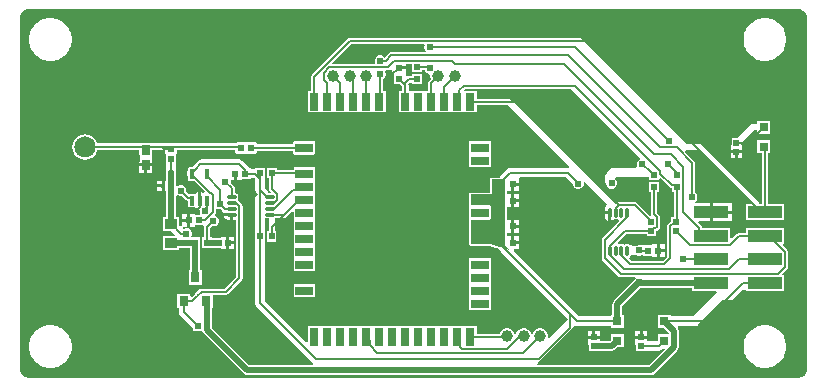
<source format=gtl>
G04*
G04 #@! TF.GenerationSoftware,Altium Limited,Altium Designer,21.6.4 (81)*
G04*
G04 Layer_Physical_Order=1*
G04 Layer_Color=255*
%FSLAX44Y44*%
%MOMM*%
G71*
G04*
G04 #@! TF.SameCoordinates,1866F5A2-3B0E-43F8-A249-63D3AF7C4C1F*
G04*
G04*
G04 #@! TF.FilePolarity,Positive*
G04*
G01*
G75*
%ADD13C,0.5080*%
%ADD14C,0.1778*%
%ADD19R,0.4725X0.5811*%
%ADD20R,0.5811X0.4725*%
%ADD21R,0.5000X0.6000*%
%ADD22R,0.6000X0.5000*%
%ADD23R,5.0000X1.0000*%
%ADD24C,1.0000*%
%ADD25R,0.8000X0.8000*%
G04:AMPARAMS|DCode=26|XSize=0.4mm|YSize=0.85mm|CornerRadius=0.05mm|HoleSize=0mm|Usage=FLASHONLY|Rotation=180.000|XOffset=0mm|YOffset=0mm|HoleType=Round|Shape=RoundedRectangle|*
%AMROUNDEDRECTD26*
21,1,0.4000,0.7500,0,0,180.0*
21,1,0.3000,0.8500,0,0,180.0*
1,1,0.1000,-0.1500,0.3750*
1,1,0.1000,0.1500,0.3750*
1,1,0.1000,0.1500,-0.3750*
1,1,0.1000,-0.1500,-0.3750*
%
%ADD26ROUNDEDRECTD26*%
%ADD27R,0.8000X1.5000*%
%ADD28R,1.5000X0.8000*%
%ADD29R,1.1000X1.1000*%
%ADD30R,0.6200X0.6000*%
%ADD31R,0.6153X0.5725*%
G04:AMPARAMS|DCode=32|XSize=0.3mm|YSize=0.8mm|CornerRadius=0.0495mm|HoleSize=0mm|Usage=FLASHONLY|Rotation=90.000|XOffset=0mm|YOffset=0mm|HoleType=Round|Shape=RoundedRectangle|*
%AMROUNDEDRECTD32*
21,1,0.3000,0.7010,0,0,90.0*
21,1,0.2010,0.8000,0,0,90.0*
1,1,0.0990,0.3505,0.1005*
1,1,0.0990,0.3505,-0.1005*
1,1,0.0990,-0.3505,-0.1005*
1,1,0.0990,-0.3505,0.1005*
%
%ADD32ROUNDEDRECTD32*%
%ADD33R,0.8000X0.9000*%
%ADD34R,0.6500X0.8500*%
%ADD35R,0.5725X0.6153*%
%ADD36R,0.4541X0.3627*%
%ADD37R,1.0000X0.9000*%
%ADD38R,0.6000X0.6200*%
%ADD39R,2.9500X1.0200*%
G04:AMPARAMS|DCode=40|XSize=0.3mm|YSize=0.8mm|CornerRadius=0.0495mm|HoleSize=0mm|Usage=FLASHONLY|Rotation=0.000|XOffset=0mm|YOffset=0mm|HoleType=Round|Shape=RoundedRectangle|*
%AMROUNDEDRECTD40*
21,1,0.3000,0.7010,0,0,0.0*
21,1,0.2010,0.8000,0,0,0.0*
1,1,0.0990,0.1005,-0.3505*
1,1,0.0990,-0.1005,-0.3505*
1,1,0.0990,-0.1005,0.3505*
1,1,0.0990,0.1005,0.3505*
%
%ADD40ROUNDEDRECTD40*%
%ADD54C,0.0127*%
%ADD55C,0.2032*%
%ADD56C,0.6096*%
G36*
X661748Y314900D02*
X663333Y314585D01*
X664827Y313967D01*
X666171Y313069D01*
X667315Y311927D01*
X668213Y310584D01*
X668833Y309091D01*
X669150Y307506D01*
X669150Y306698D01*
X669120Y10150D01*
X669120Y10150D01*
X669120Y10150D01*
X669120Y9402D01*
X668829Y7934D01*
X668256Y6552D01*
X667426Y5308D01*
X666368Y4249D01*
X665125Y3417D01*
X663743Y2844D01*
X662275Y2550D01*
X661528Y2550D01*
X10450Y2590D01*
X10450Y2590D01*
X10450Y2590D01*
X9676D01*
X8157Y2892D01*
X6727Y3484D01*
X5439Y4344D01*
X4344Y5439D01*
X3484Y6727D01*
X2892Y8157D01*
X2590Y9676D01*
Y10450D01*
X2590Y10450D01*
X2590Y10450D01*
X2570Y306760D01*
X2570Y307559D01*
X2881Y309127D01*
X3493Y310604D01*
X4380Y311934D01*
X5510Y313065D01*
X6839Y313954D01*
X8315Y314566D01*
X9883Y314880D01*
X10682Y314880D01*
X660940Y314900D01*
X661748Y314900D01*
D02*
G37*
%LPC*%
G36*
X635037Y307050D02*
X631983D01*
X631733Y307000D01*
X631478D01*
X628484Y306404D01*
X628248Y306307D01*
X627998Y306257D01*
X625177Y305089D01*
X624965Y304947D01*
X624729Y304849D01*
X622191Y303153D01*
X622010Y302973D01*
X621798Y302831D01*
X619639Y300672D01*
X619497Y300460D01*
X619317Y300280D01*
X617621Y297741D01*
X617523Y297505D01*
X617381Y297293D01*
X616213Y294472D01*
X616163Y294222D01*
X616066Y293986D01*
X615470Y290992D01*
Y290737D01*
X615420Y290487D01*
Y287433D01*
X615470Y287183D01*
Y286928D01*
X616066Y283934D01*
X616163Y283698D01*
X616213Y283448D01*
X617381Y280627D01*
X617523Y280415D01*
X617621Y280179D01*
X619317Y277640D01*
X619497Y277460D01*
X619639Y277248D01*
X621798Y275089D01*
X622010Y274947D01*
X622191Y274767D01*
X624729Y273071D01*
X624965Y272973D01*
X625177Y272831D01*
X627998Y271663D01*
X628248Y271613D01*
X628484Y271516D01*
X631478Y270920D01*
X631733D01*
X631983Y270870D01*
X635037D01*
X635287Y270920D01*
X635542D01*
X638536Y271516D01*
X638772Y271613D01*
X639022Y271663D01*
X641843Y272831D01*
X642055Y272973D01*
X642291Y273071D01*
X644829Y274767D01*
X645010Y274947D01*
X645222Y275089D01*
X647381Y277248D01*
X647523Y277460D01*
X647703Y277640D01*
X649399Y280179D01*
X649497Y280415D01*
X649639Y280627D01*
X650807Y283448D01*
X650857Y283698D01*
X650954Y283934D01*
X651550Y286928D01*
Y287183D01*
X651600Y287433D01*
Y290487D01*
X651550Y290737D01*
Y290992D01*
X650954Y293986D01*
X650857Y294222D01*
X650807Y294472D01*
X649639Y297293D01*
X649497Y297505D01*
X649399Y297741D01*
X647703Y300280D01*
X647523Y300460D01*
X647381Y300672D01*
X645222Y302831D01*
X645010Y302973D01*
X644829Y303153D01*
X642291Y304849D01*
X642055Y304947D01*
X641843Y305089D01*
X639022Y306257D01*
X638772Y306307D01*
X638536Y306404D01*
X635542Y307000D01*
X635287D01*
X635037Y307050D01*
D02*
G37*
G36*
X30037D02*
X26983D01*
X26733Y307000D01*
X26478D01*
X23484Y306404D01*
X23248Y306307D01*
X22998Y306257D01*
X20177Y305089D01*
X19965Y304947D01*
X19729Y304849D01*
X17191Y303153D01*
X17010Y302973D01*
X16798Y302831D01*
X14639Y300672D01*
X14497Y300460D01*
X14317Y300280D01*
X12621Y297741D01*
X12523Y297505D01*
X12381Y297293D01*
X11213Y294472D01*
X11163Y294222D01*
X11066Y293986D01*
X10470Y290992D01*
Y290737D01*
X10420Y290487D01*
Y287433D01*
X10470Y287183D01*
Y286928D01*
X11066Y283934D01*
X11163Y283698D01*
X11213Y283448D01*
X12381Y280627D01*
X12523Y280415D01*
X12621Y280179D01*
X14317Y277640D01*
X14497Y277460D01*
X14639Y277248D01*
X16798Y275089D01*
X17010Y274947D01*
X17191Y274767D01*
X19729Y273071D01*
X19965Y272973D01*
X20177Y272831D01*
X22998Y271663D01*
X23248Y271613D01*
X23484Y271516D01*
X26478Y270920D01*
X26733D01*
X26983Y270870D01*
X30037D01*
X30287Y270920D01*
X30542D01*
X33536Y271516D01*
X33772Y271613D01*
X34022Y271663D01*
X36843Y272831D01*
X37055Y272973D01*
X37291Y273071D01*
X39829Y274767D01*
X40010Y274947D01*
X40222Y275089D01*
X42381Y277248D01*
X42523Y277460D01*
X42703Y277640D01*
X44399Y280179D01*
X44497Y280415D01*
X44639Y280627D01*
X45807Y283448D01*
X45857Y283698D01*
X45954Y283934D01*
X46550Y286928D01*
Y287183D01*
X46600Y287433D01*
Y290487D01*
X46550Y290737D01*
Y290992D01*
X45954Y293986D01*
X45857Y294222D01*
X45807Y294472D01*
X44639Y297293D01*
X44497Y297505D01*
X44399Y297741D01*
X42703Y300280D01*
X42523Y300460D01*
X42381Y300672D01*
X40222Y302831D01*
X40010Y302973D01*
X39829Y303153D01*
X37291Y304849D01*
X37055Y304947D01*
X36843Y305089D01*
X34022Y306257D01*
X33772Y306307D01*
X33536Y306404D01*
X30542Y307000D01*
X30287D01*
X30037Y307050D01*
D02*
G37*
G36*
X638238Y220276D02*
X627190D01*
Y217342D01*
X622880D01*
X621889Y217145D01*
X621049Y216583D01*
X610113Y205647D01*
X605460D01*
Y199353D01*
X604444D01*
Y195177D01*
X609346D01*
X614248D01*
Y199353D01*
X613232D01*
Y201442D01*
X623953Y212162D01*
X627190D01*
Y209228D01*
X638238D01*
Y220276D01*
D02*
G37*
G36*
X475996Y290626D02*
X282504D01*
X281513Y290429D01*
X280673Y289867D01*
X250099Y259293D01*
X249537Y258453D01*
X249340Y257462D01*
Y245344D01*
X246406D01*
Y227296D01*
X312454D01*
Y245344D01*
X310438D01*
Y255886D01*
X310438Y255886D01*
X311724Y257172D01*
X312420Y258853D01*
Y260671D01*
X312081Y261490D01*
X312929Y262760D01*
X314558D01*
X315549Y262957D01*
X316389Y263519D01*
X317037Y264166D01*
X318210Y263680D01*
Y259410D01*
X319226D01*
Y251226D01*
X324345D01*
X326081Y249490D01*
Y245344D01*
X323406D01*
Y227296D01*
X389454D01*
Y233730D01*
X415671D01*
X467977Y181424D01*
X467352Y180254D01*
X466518Y180420D01*
X417949D01*
X416363Y180104D01*
X415019Y179206D01*
X409896Y174083D01*
X408998Y172739D01*
X408949Y172493D01*
X408541Y172085D01*
X402302D01*
X401136Y171602D01*
X400652Y170436D01*
Y159385D01*
X384522D01*
X383356Y158902D01*
X382872Y157736D01*
Y148846D01*
X383356Y147679D01*
X383406Y147658D01*
Y137333D01*
X383356Y137312D01*
X382872Y136146D01*
Y115850D01*
X383356Y114684D01*
X384522Y114200D01*
X400775D01*
X406166Y112477D01*
Y112216D01*
X406983D01*
X408764Y111647D01*
X408998Y110471D01*
X409896Y109127D01*
X466668Y52355D01*
X450891Y36578D01*
X449753Y37236D01*
X449754Y37241D01*
Y38959D01*
X449309Y40618D01*
X448451Y42106D01*
X447236Y43320D01*
X445748Y44179D01*
X444089Y44624D01*
X442371D01*
X440712Y44179D01*
X439224Y43320D01*
X438009Y42106D01*
X437151Y40618D01*
X436902Y39692D01*
X435588D01*
X435339Y40618D01*
X434481Y42106D01*
X433266Y43320D01*
X431778Y44179D01*
X430119Y44624D01*
X428401D01*
X426742Y44179D01*
X425254Y43320D01*
X424039Y42106D01*
X423181Y40618D01*
X422932Y39692D01*
X421618D01*
X421369Y40618D01*
X420510Y42106D01*
X419296Y43320D01*
X417808Y44179D01*
X416149Y44624D01*
X414431D01*
X412772Y44179D01*
X411284Y43320D01*
X410070Y42106D01*
X409211Y40618D01*
X409021Y39910D01*
X389454D01*
Y46344D01*
X246406D01*
Y33116D01*
X245233Y32630D01*
X209964Y67899D01*
Y122428D01*
Y136984D01*
X210615Y137519D01*
X213230D01*
Y126952D01*
X211796D01*
Y117904D01*
X219844D01*
Y126952D01*
X218410D01*
Y137675D01*
X218413Y137675D01*
X218887Y137992D01*
X226600D01*
X227591Y138189D01*
X228431Y138751D01*
X233233Y143552D01*
X234406Y143066D01*
Y136796D01*
Y125796D01*
Y114796D01*
Y103796D01*
Y92796D01*
X252454D01*
Y103796D01*
Y114796D01*
Y125796D01*
Y136796D01*
Y147796D01*
Y158796D01*
Y169796D01*
Y180844D01*
X234406D01*
Y178612D01*
X220098D01*
Y180546D01*
X212050D01*
Y171498D01*
X213484D01*
Y162430D01*
X213681Y161439D01*
X214243Y160599D01*
X215023Y159819D01*
X214537Y158646D01*
X214403D01*
X213186Y158750D01*
X212870Y160336D01*
X211972Y161680D01*
X210218Y163434D01*
Y176022D01*
X210098Y176623D01*
Y180546D01*
X202050D01*
Y179631D01*
X198055D01*
Y179873D01*
X196915D01*
X196746Y180725D01*
X195848Y182069D01*
X192574Y185343D01*
X191229Y186241D01*
X191029Y186281D01*
X190986Y186324D01*
X189642Y187222D01*
X188056Y187538D01*
X156754D01*
X156754Y187538D01*
X155168Y187222D01*
X153824Y186324D01*
X148394Y180894D01*
X146940D01*
X146150Y180737D01*
X145481Y180289D01*
X145033Y179620D01*
X144876Y178830D01*
Y178232D01*
X144612Y177836D01*
X144296Y176250D01*
Y175080D01*
X144612Y173494D01*
X144876Y173098D01*
Y171330D01*
X145033Y170540D01*
X145481Y169871D01*
X146150Y169423D01*
X146940Y169266D01*
X149373D01*
X149424Y169256D01*
X150169D01*
X159112Y160314D01*
X159115Y160304D01*
X158706Y158923D01*
X158194Y158814D01*
X157626Y159194D01*
X156440Y159430D01*
X156210D01*
Y152580D01*
X153670D01*
Y159430D01*
X153440D01*
X152254Y159194D01*
X151248Y158522D01*
X150956Y158085D01*
X150730Y158237D01*
X149940Y158394D01*
X146940D01*
X146150Y158237D01*
X145700Y157936D01*
X143764Y159873D01*
X143764Y159873D01*
Y161691D01*
X143068Y163372D01*
X141782Y164658D01*
X140101Y165354D01*
X138283D01*
X136602Y164658D01*
X136224Y164279D01*
X134954Y164806D01*
Y182884D01*
X135196D01*
Y191751D01*
X135508Y192218D01*
X135660Y192979D01*
Y195049D01*
X184960D01*
Y194242D01*
X185112Y193481D01*
X185424Y193014D01*
Y192718D01*
X185720D01*
X186187Y192406D01*
X186948Y192254D01*
X193101D01*
X193862Y192406D01*
X194310Y192705D01*
X194758Y192406D01*
X195519Y192254D01*
X201672D01*
X202433Y192406D01*
X202900Y192718D01*
X203196D01*
Y193014D01*
X203508Y193481D01*
X203642Y194154D01*
X233943D01*
Y193320D01*
X234094Y192560D01*
X234406Y192092D01*
Y191796D01*
X234702D01*
X235170Y191484D01*
X235930Y191333D01*
X250930D01*
X251691Y191484D01*
X252158Y191796D01*
X252454D01*
Y192092D01*
X252766Y192560D01*
X252917Y193320D01*
Y201320D01*
X252766Y202080D01*
X252454Y202548D01*
Y202844D01*
X252158D01*
X251691Y203156D01*
X250930Y203307D01*
X235930D01*
X235170Y203156D01*
X234702Y202844D01*
X234406D01*
Y202548D01*
X234094Y202080D01*
X233943Y201320D01*
Y200054D01*
X203642D01*
X203508Y200727D01*
X203196Y201194D01*
Y201490D01*
X202900D01*
X202433Y201802D01*
X201672Y201954D01*
X195519D01*
X194758Y201802D01*
X194310Y201503D01*
X193862Y201802D01*
X193101Y201954D01*
X186948D01*
X186187Y201802D01*
X185720Y201490D01*
X185424D01*
Y201194D01*
X185260Y200949D01*
X134462D01*
X134433Y200968D01*
X133672Y201120D01*
X127948D01*
X127187Y200968D01*
X127158Y200949D01*
X114000D01*
X113994Y200958D01*
Y201254D01*
X113698D01*
X113230Y201566D01*
X112470Y201717D01*
X105970D01*
X105210Y201566D01*
X104742Y201254D01*
X104446D01*
Y200958D01*
X104440Y200949D01*
X68230D01*
X68213Y201031D01*
X67337Y203147D01*
X67192Y203363D01*
X67077Y203596D01*
X65683Y205413D01*
X65488Y205585D01*
X65316Y205780D01*
X63499Y207175D01*
X63266Y207290D01*
X63050Y207434D01*
X60933Y208311D01*
X60678Y208361D01*
X60432Y208445D01*
X58161Y208744D01*
X57902Y208727D01*
X57642Y208744D01*
X55371Y208445D01*
X55125Y208361D01*
X54870Y208311D01*
X52754Y207434D01*
X52538Y207290D01*
X52305Y207175D01*
X50487Y205780D01*
X50316Y205585D01*
X50121Y205413D01*
X48726Y203596D01*
X48611Y203363D01*
X48467Y203147D01*
X47590Y201031D01*
X47539Y200776D01*
X47456Y200529D01*
X47157Y198258D01*
X47174Y197999D01*
X47157Y197740D01*
X47456Y195469D01*
X47539Y195222D01*
X47590Y194968D01*
X48467Y192851D01*
X48611Y192635D01*
X48726Y192402D01*
X50121Y190585D01*
X50316Y190413D01*
X50487Y190218D01*
X52305Y188823D01*
X52538Y188708D01*
X52754Y188564D01*
X54870Y187687D01*
X55125Y187637D01*
X55371Y187553D01*
X57642Y187254D01*
X57902Y187271D01*
X58161Y187254D01*
X60432Y187553D01*
X60678Y187637D01*
X60933Y187687D01*
X63050Y188564D01*
X63266Y188708D01*
X63499Y188823D01*
X65316Y190218D01*
X65487Y190413D01*
X65683Y190585D01*
X67077Y192402D01*
X67192Y192635D01*
X67337Y192851D01*
X68213Y194968D01*
X68230Y195049D01*
X103983D01*
Y191230D01*
X104020Y191040D01*
X103430Y189770D01*
X103430D01*
Y184250D01*
X109220D01*
X115010D01*
Y189770D01*
X115010Y189770D01*
X114420Y191040D01*
X114457Y191230D01*
Y195049D01*
X125960D01*
Y192979D01*
X126112Y192218D01*
X126424Y191751D01*
Y182884D01*
X126666D01*
Y169454D01*
X125227D01*
Y165100D01*
Y160746D01*
X126666D01*
Y138484D01*
X124286D01*
Y126436D01*
X130974D01*
X133753Y123657D01*
X133267Y122484D01*
X124286D01*
Y110436D01*
X137334D01*
Y112696D01*
X146986D01*
Y93494D01*
X145606D01*
Y81446D01*
X156654D01*
Y93494D01*
X155274D01*
Y116018D01*
X155354Y116420D01*
Y116840D01*
X155234Y117441D01*
Y121364D01*
X148793D01*
X147956Y122634D01*
X148336Y123551D01*
Y125369D01*
X147640Y127050D01*
X146354Y128336D01*
X144673Y129032D01*
X142855D01*
X141820Y128604D01*
X140906D01*
X140436Y129219D01*
X141037Y130488D01*
X144304D01*
Y134620D01*
X139958D01*
Y131646D01*
X139958Y130968D01*
X138720Y130410D01*
X137334Y131796D01*
Y138484D01*
X134954D01*
Y156758D01*
X136224Y157285D01*
X136602Y156906D01*
X138283Y156210D01*
X140101D01*
X140101Y156210D01*
X142984Y153328D01*
X143824Y152766D01*
X144815Y152569D01*
X144876D01*
Y148830D01*
X145033Y148040D01*
X145481Y147371D01*
X146150Y146923D01*
X146940Y146766D01*
X149940D01*
X150730Y146923D01*
X150956Y147075D01*
X151248Y146638D01*
X152254Y145966D01*
X153440Y145730D01*
X154403D01*
X154940Y144927D01*
Y143109D01*
X155587Y141546D01*
X155128Y140276D01*
X151191D01*
Y141292D01*
X146844D01*
Y135890D01*
Y130488D01*
X151191D01*
Y131504D01*
X157528D01*
X158620Y130484D01*
X158620Y130286D01*
Y121364D01*
X157186D01*
Y117441D01*
X157066Y116840D01*
X157186Y116239D01*
Y112316D01*
X165234D01*
Y112696D01*
X171605D01*
X172200Y112815D01*
X173470Y111938D01*
Y111938D01*
X177645D01*
Y116840D01*
Y121742D01*
X173470D01*
Y121742D01*
X172200Y120865D01*
X171605Y120984D01*
X165234D01*
Y121364D01*
X163800D01*
Y129411D01*
X165211Y130822D01*
X165616Y130654D01*
X167435D01*
X169115Y131350D01*
X170401Y132637D01*
X171098Y134317D01*
Y136136D01*
X170401Y137816D01*
X169115Y139102D01*
X168297Y139441D01*
X168027Y140169D01*
X167950Y140960D01*
X168373Y141592D01*
X168570Y142583D01*
Y145494D01*
X169840Y146020D01*
X169876Y145984D01*
X171557Y145288D01*
X172614D01*
X174151Y143751D01*
X174991Y143189D01*
X175531Y141852D01*
X182120D01*
Y140582D01*
X183390D01*
Y136483D01*
X185625D01*
X186070Y136117D01*
Y88234D01*
X175933Y78096D01*
X156574D01*
X155583Y77899D01*
X154743Y77338D01*
X150795Y73390D01*
X150513Y72967D01*
X148424Y70878D01*
X147154Y71405D01*
Y73494D01*
X136106D01*
Y61446D01*
X137496D01*
Y58363D01*
X137811Y56777D01*
X138709Y55433D01*
X149395Y44747D01*
Y42291D01*
X152344D01*
X153637Y42034D01*
X153825D01*
X155118Y42291D01*
X157199D01*
X157307Y41749D01*
X158205Y40405D01*
X192396Y6214D01*
X193740Y5316D01*
X195326Y5000D01*
X537363D01*
X538949Y5316D01*
X540293Y6214D01*
X559380Y25301D01*
X560278Y26645D01*
X560594Y28231D01*
Y42350D01*
X560278Y43936D01*
X559567Y45000D01*
X560010Y46270D01*
X574162D01*
X575748Y46586D01*
X577092Y47484D01*
X597600Y67992D01*
X604266D01*
X605852Y68308D01*
X607196Y69206D01*
X614530Y76540D01*
X617176D01*
Y76176D01*
X649724D01*
Y89424D01*
X648838D01*
X648352Y90597D01*
X652571Y94817D01*
X653133Y95657D01*
X653330Y96648D01*
Y108952D01*
X653133Y109943D01*
X652571Y110783D01*
X651083Y112271D01*
X651083Y112271D01*
X648352Y115003D01*
X648838Y116176D01*
X649724D01*
Y129424D01*
X617176D01*
Y125390D01*
X611392D01*
X610401Y125193D01*
X609561Y124631D01*
X605397Y120468D01*
X604224Y120954D01*
Y129424D01*
X580140D01*
Y129758D01*
X579943Y130749D01*
X579381Y131589D01*
X576984Y133987D01*
X577470Y135160D01*
X586680D01*
Y142800D01*
Y150440D01*
X574871D01*
X574581Y151062D01*
X574482Y151710D01*
X575630Y152858D01*
X576326Y154539D01*
Y156357D01*
X575630Y158038D01*
X574344Y159324D01*
X574344Y159324D01*
Y184658D01*
X574147Y185649D01*
X573585Y186489D01*
X566023Y194051D01*
X566044Y194230D01*
X566175Y194682D01*
X566551Y195276D01*
X577311D01*
X621990Y150597D01*
X621504Y149424D01*
X617176D01*
Y136176D01*
X649724D01*
Y149424D01*
X636040D01*
Y192728D01*
X638238D01*
Y203776D01*
X627190D01*
Y192728D01*
X630860D01*
Y149424D01*
X629082D01*
Y149758D01*
X628885Y150749D01*
X628324Y151589D01*
X580215Y199697D01*
X579375Y200259D01*
X578384Y200456D01*
X567239D01*
X477827Y289867D01*
X476987Y290429D01*
X475996Y290626D01*
D02*
G37*
G36*
X614248Y192637D02*
X610616D01*
Y188462D01*
X614248D01*
Y192637D01*
D02*
G37*
G36*
X608076D02*
X604444D01*
Y188462D01*
X608076D01*
Y192637D01*
D02*
G37*
G36*
X401454Y202844D02*
X383406D01*
Y191796D01*
Y180796D01*
X401454D01*
Y191796D01*
Y202844D01*
D02*
G37*
G36*
X115010Y181710D02*
X110490D01*
Y176190D01*
X115010D01*
Y181710D01*
D02*
G37*
G36*
X107950D02*
X103430D01*
Y176190D01*
X107950D01*
Y181710D01*
D02*
G37*
G36*
X122687Y169454D02*
X119146D01*
Y166370D01*
X122687D01*
Y169454D01*
D02*
G37*
G36*
X85440Y162185D02*
X59170D01*
Y161298D01*
X85440D01*
Y162185D01*
D02*
G37*
G36*
X56630D02*
X30360D01*
Y161298D01*
X56630D01*
Y162185D01*
D02*
G37*
G36*
X122687Y163830D02*
X119146D01*
Y160746D01*
X122687D01*
Y163830D01*
D02*
G37*
G36*
X605240Y150440D02*
X589220D01*
Y144070D01*
X605240D01*
Y150440D01*
D02*
G37*
G36*
X144304Y141292D02*
X139958D01*
Y137160D01*
X144304D01*
Y141292D01*
D02*
G37*
G36*
X180850Y139312D02*
X175573D01*
X175756Y138393D01*
X176427Y137389D01*
X177431Y136718D01*
X178615Y136483D01*
X180850D01*
Y139312D01*
D02*
G37*
G36*
X605240Y141530D02*
X589220D01*
Y135160D01*
X605240D01*
Y141530D01*
D02*
G37*
G36*
X184361Y121742D02*
X180185D01*
Y118110D01*
X184361D01*
Y121742D01*
D02*
G37*
G36*
Y115570D02*
X180185D01*
Y111938D01*
X184361D01*
Y115570D01*
D02*
G37*
G36*
X252454Y81844D02*
X234406D01*
Y70796D01*
X252454D01*
Y81844D01*
D02*
G37*
G36*
X401454Y103844D02*
X383406D01*
Y92796D01*
Y81796D01*
Y70796D01*
Y59796D01*
X401454D01*
Y70796D01*
Y81796D01*
Y92796D01*
Y103844D01*
D02*
G37*
G36*
X635037Y47050D02*
X631983D01*
X631733Y47000D01*
X631478D01*
X628484Y46404D01*
X628248Y46307D01*
X627998Y46257D01*
X625177Y45089D01*
X624965Y44947D01*
X624729Y44849D01*
X622191Y43153D01*
X622010Y42973D01*
X621798Y42831D01*
X619639Y40672D01*
X619497Y40460D01*
X619317Y40279D01*
X617621Y37741D01*
X617523Y37505D01*
X617381Y37293D01*
X616213Y34472D01*
X616163Y34222D01*
X616066Y33986D01*
X615470Y30992D01*
Y30737D01*
X615420Y30487D01*
Y27433D01*
X615470Y27183D01*
Y26928D01*
X616066Y23934D01*
X616163Y23698D01*
X616213Y23448D01*
X617381Y20627D01*
X617523Y20415D01*
X617621Y20179D01*
X619317Y17641D01*
X619497Y17460D01*
X619639Y17248D01*
X621798Y15089D01*
X622010Y14947D01*
X622191Y14767D01*
X624729Y13071D01*
X624965Y12973D01*
X625177Y12831D01*
X627998Y11663D01*
X628248Y11613D01*
X628484Y11516D01*
X631478Y10920D01*
X631733D01*
X631983Y10870D01*
X635037D01*
X635287Y10920D01*
X635542D01*
X638536Y11516D01*
X638772Y11613D01*
X639022Y11663D01*
X641843Y12831D01*
X642055Y12973D01*
X642291Y13071D01*
X644829Y14767D01*
X645010Y14947D01*
X645222Y15089D01*
X647381Y17248D01*
X647523Y17460D01*
X647703Y17641D01*
X649399Y20179D01*
X649497Y20415D01*
X649639Y20627D01*
X650807Y23448D01*
X650857Y23698D01*
X650954Y23934D01*
X651550Y26928D01*
Y27183D01*
X651600Y27433D01*
Y30487D01*
X651550Y30737D01*
Y30992D01*
X650954Y33986D01*
X650857Y34222D01*
X650807Y34472D01*
X649639Y37293D01*
X649497Y37505D01*
X649399Y37741D01*
X647703Y40279D01*
X647523Y40460D01*
X647381Y40672D01*
X645222Y42831D01*
X645010Y42973D01*
X644829Y43153D01*
X642291Y44849D01*
X642055Y44947D01*
X641843Y45089D01*
X639022Y46257D01*
X638772Y46307D01*
X638536Y46404D01*
X635542Y47000D01*
X635287D01*
X635037Y47050D01*
D02*
G37*
G36*
X30037D02*
X26983D01*
X26733Y47000D01*
X26478D01*
X23484Y46404D01*
X23248Y46307D01*
X22998Y46257D01*
X20177Y45089D01*
X19965Y44947D01*
X19729Y44849D01*
X17191Y43153D01*
X17010Y42973D01*
X16798Y42831D01*
X14639Y40672D01*
X14497Y40460D01*
X14317Y40279D01*
X12621Y37741D01*
X12523Y37505D01*
X12381Y37293D01*
X11213Y34472D01*
X11163Y34222D01*
X11066Y33986D01*
X10470Y30992D01*
Y30737D01*
X10420Y30487D01*
Y27433D01*
X10470Y27183D01*
Y26928D01*
X11066Y23934D01*
X11163Y23698D01*
X11213Y23448D01*
X12381Y20627D01*
X12523Y20415D01*
X12621Y20179D01*
X14317Y17641D01*
X14497Y17460D01*
X14639Y17248D01*
X16798Y15089D01*
X17010Y14947D01*
X17191Y14767D01*
X19729Y13071D01*
X19965Y12973D01*
X20177Y12831D01*
X22998Y11663D01*
X23248Y11613D01*
X23484Y11516D01*
X26478Y10920D01*
X26733D01*
X26983Y10870D01*
X30037D01*
X30287Y10920D01*
X30542D01*
X33536Y11516D01*
X33772Y11613D01*
X34022Y11663D01*
X36843Y12831D01*
X37055Y12973D01*
X37291Y13071D01*
X39829Y14767D01*
X40010Y14947D01*
X40222Y15089D01*
X42381Y17248D01*
X42523Y17460D01*
X42703Y17641D01*
X44399Y20179D01*
X44497Y20415D01*
X44639Y20627D01*
X45807Y23448D01*
X45857Y23698D01*
X45954Y23934D01*
X46550Y26928D01*
Y27183D01*
X46600Y27433D01*
Y30487D01*
X46550Y30737D01*
Y30992D01*
X45954Y33986D01*
X45857Y34222D01*
X45807Y34472D01*
X44639Y37293D01*
X44497Y37505D01*
X44399Y37741D01*
X42703Y40279D01*
X42523Y40460D01*
X42381Y40672D01*
X40222Y42831D01*
X40010Y42973D01*
X39829Y43153D01*
X37291Y44849D01*
X37055Y44947D01*
X36843Y45089D01*
X34022Y46257D01*
X33772Y46307D01*
X33536Y46404D01*
X30542Y47000D01*
X30287D01*
X30037Y47050D01*
D02*
G37*
%LPD*%
G36*
X345525Y284176D02*
X345186Y283357D01*
Y281539D01*
X345882Y279858D01*
X346291Y279450D01*
X345764Y278180D01*
X317246D01*
X316255Y277983D01*
X315415Y277421D01*
X311663Y273669D01*
X310438Y274894D01*
X308757Y275590D01*
X306939D01*
X305258Y274894D01*
X303972Y273608D01*
X303276Y271927D01*
Y270109D01*
X303648Y269210D01*
X302801Y267940D01*
X267729D01*
X267243Y269113D01*
X283577Y285446D01*
X344677D01*
X345525Y284176D01*
D02*
G37*
G36*
X334566Y261326D02*
X343614D01*
Y262760D01*
X345600D01*
X345882Y262078D01*
X347168Y260792D01*
X348849Y260096D01*
X349414D01*
X350388Y258826D01*
X350346Y258669D01*
Y256951D01*
X350769Y255372D01*
X349099Y253701D01*
X348537Y252861D01*
X348340Y251870D01*
Y245344D01*
X331779D01*
Y250670D01*
X331779Y250670D01*
X331667Y251231D01*
X332478Y252501D01*
X334566D01*
Y251326D01*
X343614D01*
Y259374D01*
X334566D01*
Y258199D01*
X329632D01*
X329490Y259410D01*
X329490D01*
Y263680D01*
X323850D01*
Y266220D01*
X329490D01*
Y267900D01*
X334566D01*
Y261326D01*
D02*
G37*
G36*
X60421Y206303D02*
X61992Y205652D01*
X63407Y204707D01*
X64610Y203504D01*
X65555Y202090D01*
X66206Y200518D01*
X66538Y198850D01*
Y197999D01*
Y197148D01*
X66206Y195480D01*
X65555Y193908D01*
X64610Y192494D01*
X63407Y191291D01*
X61992Y190346D01*
X60421Y189695D01*
X58752Y189363D01*
X57051D01*
X55383Y189695D01*
X53811Y190346D01*
X52397Y191291D01*
X51194Y192494D01*
X50249Y193908D01*
X49598Y195480D01*
X49266Y197148D01*
Y197999D01*
Y198850D01*
X49598Y200518D01*
X50249Y202090D01*
X51194Y203504D01*
X52397Y204707D01*
X53811Y205652D01*
X55383Y206303D01*
X57051Y206635D01*
X58752D01*
X60421Y206303D01*
D02*
G37*
G36*
X527991Y188690D02*
X527693Y187192D01*
X527254Y187010D01*
X525968Y185724D01*
X525272Y184043D01*
Y182225D01*
X525494Y181690D01*
X524645Y180420D01*
X505416D01*
X503831Y180104D01*
X502486Y179206D01*
X499511Y176230D01*
X498612Y174886D01*
X498297Y173300D01*
Y168648D01*
X498612Y167063D01*
X499110Y166318D01*
Y166223D01*
X499806Y164542D01*
X501092Y163256D01*
X502773Y162560D01*
X504591D01*
X506272Y163256D01*
X507558Y164542D01*
X508254Y166223D01*
Y168041D01*
X507558Y169722D01*
X506584Y170695D01*
Y171584D01*
X507133Y172132D01*
X534972D01*
Y170140D01*
X538636D01*
X539036Y170060D01*
X539456D01*
X539856Y170140D01*
X544020D01*
Y171002D01*
X545193Y171488D01*
X552912Y163769D01*
X553753Y163208D01*
X554530Y163053D01*
Y160140D01*
X556464D01*
Y138895D01*
X554406D01*
Y135096D01*
X553886Y134993D01*
X553046Y134431D01*
X551558Y132943D01*
X550997Y132103D01*
X550800Y131112D01*
Y104882D01*
X547313Y101396D01*
X520727D01*
X518624Y103498D01*
X518748Y104352D01*
X518979Y104939D01*
X519485Y105277D01*
X519931Y105945D01*
X519960Y106092D01*
X525319D01*
X526184Y105734D01*
X528003D01*
X528868Y106092D01*
X530043D01*
Y105850D01*
X537598D01*
Y104834D01*
X541945D01*
Y110236D01*
Y115638D01*
X537598D01*
Y114622D01*
X530043D01*
Y114622D01*
X528773Y114559D01*
X528003Y114878D01*
X526184D01*
X524981Y114380D01*
X521050D01*
X520762Y114572D01*
X519772Y114769D01*
X519485Y115199D01*
X518817Y115645D01*
X518029Y115801D01*
X516019D01*
X515231Y115645D01*
X514563Y115199D01*
X514485D01*
X513817Y115645D01*
X513029Y115801D01*
X511019D01*
X510231Y115645D01*
X510154Y115593D01*
X509193Y115943D01*
X508931Y117284D01*
X516211Y124565D01*
X533578D01*
Y122725D01*
X541350D01*
Y126524D01*
X541870Y126627D01*
X542710Y127189D01*
X544198Y128677D01*
X544759Y129517D01*
X544956Y130508D01*
Y138423D01*
X544759Y139414D01*
X544198Y140254D01*
X542086Y142366D01*
Y160140D01*
X544020D01*
Y168188D01*
X534972D01*
Y160140D01*
X536906D01*
Y141293D01*
X537103Y140302D01*
X537139Y140249D01*
X536152Y139440D01*
X524983Y150609D01*
X524142Y151171D01*
X523151Y151368D01*
X509762D01*
X508771Y151171D01*
X507931Y150609D01*
X507024Y149703D01*
X418575Y238151D01*
X417735Y238713D01*
X416744Y238910D01*
X389454D01*
Y240796D01*
X389504Y241046D01*
X389454Y241296D01*
Y245344D01*
X379151D01*
X378679Y246450D01*
X379418Y247346D01*
X469335D01*
X527991Y188690D01*
D02*
G37*
G36*
X413732Y114556D02*
X415366Y112922D01*
Y112216D01*
X416072D01*
X417796Y110491D01*
X401032Y115850D01*
X384522D01*
Y136146D01*
X401032D01*
Y136796D01*
X401454D01*
Y147844D01*
X401032D01*
Y148846D01*
X384522D01*
Y157736D01*
X402302D01*
Y170436D01*
X413732D01*
Y114556D01*
D02*
G37*
G36*
X571676Y76176D02*
X592329D01*
X592678Y75556D01*
X592794Y74906D01*
X572446Y54558D01*
X553910D01*
Y55938D01*
X542862D01*
Y44890D01*
X548050D01*
X552232Y40708D01*
X552127Y39438D01*
X542862D01*
Y34250D01*
X542325Y33713D01*
X533558D01*
Y35610D01*
X528656D01*
X523754D01*
Y31435D01*
X523754D01*
X524631Y30165D01*
X524512Y29569D01*
X524770Y28276D01*
Y25140D01*
X532542D01*
Y25426D01*
X544041D01*
X545627Y25741D01*
X546971Y26639D01*
X548010Y27678D01*
X548203Y27640D01*
X548621Y26262D01*
X535647Y13288D01*
X441145D01*
X440947Y13534D01*
X441206Y15234D01*
X441391Y15358D01*
X472303Y46270D01*
X502902D01*
Y44890D01*
X513950D01*
Y55938D01*
X512570D01*
Y62972D01*
X528254Y78656D01*
X571676D01*
Y76176D01*
D02*
G37*
G36*
X470916Y166018D02*
Y165969D01*
X471612Y164288D01*
X472898Y163002D01*
X474579Y162306D01*
X476397D01*
X478078Y163002D01*
X479364Y164288D01*
X480060Y165969D01*
Y167546D01*
X480740Y168008D01*
X481233Y168168D01*
X499642Y149760D01*
X499337Y148269D01*
X498831Y147931D01*
X498160Y146927D01*
X497925Y145743D01*
Y143508D01*
X502024D01*
Y142238D01*
X503294D01*
Y135691D01*
X504213Y135874D01*
X505217Y136545D01*
X505388Y136800D01*
X506019Y136674D01*
X508029D01*
X508817Y136831D01*
X508901Y136881D01*
X509839Y136526D01*
X510107Y135219D01*
X510101Y135175D01*
X496009Y121083D01*
X495447Y120243D01*
X495250Y119252D01*
Y104140D01*
X495447Y103149D01*
X496009Y102309D01*
X509471Y88847D01*
X510311Y88285D01*
X511302Y88088D01*
X523564D01*
X524090Y86818D01*
X523218Y85946D01*
X522789Y84911D01*
X505496Y67618D01*
X504598Y66274D01*
X504282Y64688D01*
Y55938D01*
X502902D01*
Y54558D01*
X476185D01*
X420716Y110027D01*
X421202Y111200D01*
X425430D01*
Y115570D01*
X419890D01*
Y116840D01*
X418620D01*
Y122480D01*
X415382D01*
Y125170D01*
X418620D01*
Y130810D01*
Y136450D01*
X415382D01*
Y146760D01*
X418620D01*
Y152400D01*
Y158040D01*
X415382D01*
Y160730D01*
X418620D01*
Y166370D01*
X419890D01*
Y167640D01*
X425430D01*
Y172010D01*
X426649Y172132D01*
X464802D01*
X470916Y166018D01*
D02*
G37*
G36*
X186154Y170085D02*
X190500D01*
Y171101D01*
X198055D01*
Y171343D01*
X201930D01*
Y161718D01*
X202246Y160132D01*
X203144Y158788D01*
X204326Y157606D01*
X202890Y156169D01*
X201992Y154825D01*
X201676Y153239D01*
Y122428D01*
Y66183D01*
X201992Y64597D01*
X202890Y63253D01*
X250785Y15358D01*
X250970Y15234D01*
X251229Y13534D01*
X251031Y13288D01*
X197042D01*
X165565Y44765D01*
Y50064D01*
X165279D01*
Y61446D01*
X166154D01*
Y72917D01*
X177006D01*
X177997Y73114D01*
X178837Y73675D01*
X190491Y85330D01*
X191053Y86170D01*
X191250Y87161D01*
Y147844D01*
X191053Y148835D01*
X190491Y149675D01*
X188713Y151453D01*
X188086Y151872D01*
X188029Y151929D01*
X187798Y152084D01*
X187688Y152243D01*
X187333Y153465D01*
X187527Y153789D01*
X187684Y154577D01*
Y156587D01*
X187527Y157375D01*
X187081Y158043D01*
X186413Y158489D01*
X185625Y158646D01*
X184710D01*
Y162812D01*
X184513Y163803D01*
X183951Y164643D01*
X181102Y167493D01*
X181102Y167493D01*
Y169311D01*
X181619Y170085D01*
X183613D01*
Y175487D01*
X186154D01*
Y170085D01*
D02*
G37*
%LPC*%
G36*
X548831Y115638D02*
X544485D01*
Y111506D01*
X548831D01*
Y115638D01*
D02*
G37*
G36*
Y108966D02*
X544485D01*
Y104834D01*
X548831D01*
Y108966D01*
D02*
G37*
G36*
X533558Y42325D02*
X529926D01*
Y38150D01*
X533558D01*
Y42325D01*
D02*
G37*
G36*
X493598D02*
X489966D01*
Y38150D01*
X493598D01*
Y42325D01*
D02*
G37*
G36*
X527386D02*
X523754D01*
Y38150D01*
X527386D01*
Y42325D01*
D02*
G37*
G36*
X487426D02*
X483794D01*
Y38150D01*
X487426D01*
Y42325D01*
D02*
G37*
G36*
X513950Y39438D02*
X502902D01*
Y34250D01*
X502365Y33713D01*
X493598D01*
Y35610D01*
X488696D01*
X483794D01*
Y31435D01*
X483794D01*
X484671Y30165D01*
X484552Y29569D01*
X484810Y28276D01*
Y25140D01*
X492582D01*
Y25426D01*
X504081D01*
X505667Y25741D01*
X507011Y26639D01*
X508762Y28390D01*
X513950D01*
Y39438D01*
D02*
G37*
G36*
X425430Y165100D02*
X421160D01*
Y160730D01*
X425430D01*
Y165100D01*
D02*
G37*
G36*
Y158040D02*
X421160D01*
Y153670D01*
X425430D01*
Y158040D01*
D02*
G37*
G36*
Y151130D02*
X421160D01*
Y146760D01*
X425430D01*
Y151130D01*
D02*
G37*
G36*
X500754Y140968D02*
X497925D01*
Y138733D01*
X498160Y137549D01*
X498831Y136545D01*
X499835Y135874D01*
X500754Y135691D01*
Y140968D01*
D02*
G37*
G36*
X425430Y136450D02*
X421160D01*
Y132080D01*
X425430D01*
Y136450D01*
D02*
G37*
G36*
Y129540D02*
X421160D01*
Y125170D01*
X425430D01*
Y129540D01*
D02*
G37*
G36*
Y122480D02*
X421160D01*
Y118110D01*
X425430D01*
Y122480D01*
D02*
G37*
%LPD*%
D13*
X130810Y132460D02*
Y176431D01*
X488696Y29569D02*
X504081D01*
X508426Y33914D01*
X130810Y116460D02*
X131190Y116840D01*
X151210D01*
Y116420D02*
Y116840D01*
X151130Y116340D02*
X151210Y116420D01*
X151130Y87470D02*
Y116340D01*
X161210Y116840D02*
X171605D01*
X161135Y46177D02*
Y66965D01*
X160630Y67470D02*
X161135Y66965D01*
Y43335D02*
Y46177D01*
Y43335D02*
X195326Y9144D01*
X537363D01*
X556450Y28231D01*
Y42350D01*
X548386Y50414D02*
X556450Y42350D01*
X508426Y64688D02*
X527094Y83356D01*
X508426Y50414D02*
Y64688D01*
X527094Y83356D02*
X527924Y82800D01*
X587950D01*
D14*
X130810Y197999D02*
X189129D01*
X57902D02*
X66538D01*
X123195D02*
X130810D01*
X66538D02*
X109220D01*
X123195D01*
X189129D02*
X190024Y197104D01*
X123195Y197999D02*
X125139Y196056D01*
X130810D01*
X109220Y195480D02*
Y197999D01*
X198596Y197104D02*
X243214D01*
X243430Y197320D01*
D19*
X528656Y36880D02*
D03*
Y29569D02*
D03*
X609346Y201218D02*
D03*
Y193907D02*
D03*
X488696Y36880D02*
D03*
Y29569D02*
D03*
X537464Y134465D02*
D03*
Y127155D02*
D03*
X558292D02*
D03*
Y134465D02*
D03*
D20*
X161135Y46177D02*
D03*
X153825D02*
D03*
X178915Y116840D02*
D03*
X171605D02*
D03*
D21*
X215820Y122428D02*
D03*
X205820D02*
D03*
X206074Y176022D02*
D03*
X216074D02*
D03*
X161210Y116840D02*
D03*
X151210D02*
D03*
D22*
X539496Y174164D02*
D03*
Y164164D02*
D03*
X559054Y174164D02*
D03*
Y164164D02*
D03*
X339090Y255350D02*
D03*
Y265350D02*
D03*
D23*
X57900Y168839D02*
D03*
X55360Y225940D02*
D03*
D24*
X57902Y197999D02*
D03*
X370840Y257810D02*
D03*
X356870D02*
D03*
X295910D02*
D03*
X281940D02*
D03*
X267970D02*
D03*
X443230Y38100D02*
D03*
X429260D02*
D03*
X415290D02*
D03*
D25*
X632714Y214752D02*
D03*
Y198252D02*
D03*
X508426Y50414D02*
D03*
Y33914D02*
D03*
X548386D02*
D03*
Y50414D02*
D03*
D26*
X148440Y175080D02*
D03*
X161440D02*
D03*
Y152580D02*
D03*
X154940D02*
D03*
X148440D02*
D03*
D27*
X383930Y236320D02*
D03*
X372930D02*
D03*
X361930D02*
D03*
X350930D02*
D03*
X339930D02*
D03*
X328930D02*
D03*
X317930D02*
D03*
X284930D02*
D03*
X273930D02*
D03*
X262930D02*
D03*
X295930D02*
D03*
X306930D02*
D03*
X251930D02*
D03*
Y37320D02*
D03*
X262930D02*
D03*
X273930D02*
D03*
X284930D02*
D03*
X295930D02*
D03*
X306930D02*
D03*
X317930D02*
D03*
X328930D02*
D03*
X339930D02*
D03*
X350930D02*
D03*
X361930D02*
D03*
X372930D02*
D03*
X383930D02*
D03*
D28*
X243430Y208320D02*
D03*
Y197320D02*
D03*
Y186320D02*
D03*
Y175320D02*
D03*
Y164320D02*
D03*
Y153320D02*
D03*
Y142320D02*
D03*
Y131320D02*
D03*
Y120320D02*
D03*
Y109320D02*
D03*
Y98320D02*
D03*
Y87320D02*
D03*
Y76320D02*
D03*
Y65320D02*
D03*
X392430D02*
D03*
Y76320D02*
D03*
Y87320D02*
D03*
Y98320D02*
D03*
Y109320D02*
D03*
Y120320D02*
D03*
Y131320D02*
D03*
Y142320D02*
D03*
Y153320D02*
D03*
Y164320D02*
D03*
Y175320D02*
D03*
Y186320D02*
D03*
Y197320D02*
D03*
Y208320D02*
D03*
D29*
X265430Y63320D02*
D03*
Y84320D02*
D03*
Y105320D02*
D03*
Y126320D02*
D03*
Y147320D02*
D03*
Y168320D02*
D03*
Y189320D02*
D03*
X265430Y210320D02*
D03*
X286430Y63320D02*
D03*
Y84320D02*
D03*
Y105320D02*
D03*
Y126320D02*
D03*
Y147320D02*
D03*
Y168320D02*
D03*
Y189320D02*
D03*
Y210320D02*
D03*
X307430Y63320D02*
D03*
Y84320D02*
D03*
Y105320D02*
D03*
Y126320D02*
D03*
Y147320D02*
D03*
Y168320D02*
D03*
Y189320D02*
D03*
X307430Y210320D02*
D03*
X328430Y63320D02*
D03*
Y84320D02*
D03*
Y105320D02*
D03*
Y126320D02*
D03*
Y147320D02*
D03*
Y168320D02*
D03*
Y189320D02*
D03*
Y210320D02*
D03*
X349430Y63320D02*
D03*
Y84320D02*
D03*
Y105320D02*
D03*
Y126320D02*
D03*
Y147320D02*
D03*
Y168320D02*
D03*
Y189320D02*
D03*
X349430Y210320D02*
D03*
X370430Y63320D02*
D03*
Y84320D02*
D03*
Y105320D02*
D03*
Y126320D02*
D03*
Y147320D02*
D03*
Y168320D02*
D03*
Y189320D02*
D03*
Y210320D02*
D03*
D30*
X323850Y264950D02*
D03*
Y255750D02*
D03*
D31*
X193455Y175487D02*
D03*
X184883D02*
D03*
X534643Y110236D02*
D03*
X543214D02*
D03*
X198596Y197104D02*
D03*
X190024D02*
D03*
X154146Y135890D02*
D03*
X145574D02*
D03*
D32*
X214120Y140582D02*
D03*
Y145582D02*
D03*
Y150582D02*
D03*
Y155582D02*
D03*
X182120Y140582D02*
D03*
Y145582D02*
D03*
Y150582D02*
D03*
Y155582D02*
D03*
D33*
X141630Y67470D02*
D03*
X160630D02*
D03*
X151130Y87470D02*
D03*
D34*
X109220Y182980D02*
D03*
Y195480D02*
D03*
D35*
X130810Y187485D02*
D03*
Y196056D02*
D03*
D36*
X130043Y165100D02*
D03*
X123957D02*
D03*
D37*
X130810Y116460D02*
D03*
Y132460D02*
D03*
D38*
X410690Y116840D02*
D03*
X419890D02*
D03*
Y130810D02*
D03*
X410690D02*
D03*
X419890Y152400D02*
D03*
X410690D02*
D03*
Y166370D02*
D03*
X419890D02*
D03*
D39*
X633450Y82800D02*
D03*
Y102800D02*
D03*
Y122800D02*
D03*
Y142800D02*
D03*
X587950Y82800D02*
D03*
Y102800D02*
D03*
Y122800D02*
D03*
Y142800D02*
D03*
D40*
X502024Y110238D02*
D03*
X507024D02*
D03*
X512024D02*
D03*
X517024D02*
D03*
X502024Y142238D02*
D03*
X507024D02*
D03*
X512024D02*
D03*
X517024D02*
D03*
D54*
X74316Y210191D02*
G03*
X41487Y210191I-16414J-12192D01*
G01*
X41487Y185807D02*
G03*
X74316Y185807I16415J12192D01*
G01*
X66538Y197999D02*
G03*
X66538Y197999I-8636J-0D01*
G01*
X22342Y229767D02*
Y233813D01*
Y210191D02*
Y229767D01*
X74316Y210191D02*
X93462D01*
X74316D02*
X74316D01*
X74316D02*
X74316D01*
X74316Y185807D02*
X93462D01*
X74316D02*
X74316D01*
X41487Y210191D02*
X41487D01*
X22342D02*
X41487D01*
X41487D01*
X41487Y185807D02*
X41487D01*
X41487D02*
X41487D01*
X22342D02*
X41487D01*
X22342Y178967D02*
Y185807D01*
Y162185D02*
Y178967D01*
Y233813D02*
X93462D01*
Y210191D02*
Y233813D01*
Y162185D02*
Y185807D01*
X22342Y162185D02*
X93462D01*
D55*
X226600Y140582D02*
X239338Y153320D01*
X215820Y129802D02*
X226600Y140582D01*
X328930Y250770D02*
Y251992D01*
Y236320D02*
Y250770D01*
X468546Y56336D02*
X474469Y50414D01*
X201847Y175487D02*
X206074Y171260D01*
Y161718D02*
Y171260D01*
Y148741D02*
Y161718D01*
X145574Y135890D02*
Y142684D01*
X150640Y143076D01*
X154940Y147375D01*
Y152580D01*
X349758Y282448D02*
X472948D01*
X552196Y203200D01*
X148440Y175080D02*
X155584Y183394D01*
X188662D01*
X193455Y178602D01*
Y175487D02*
Y178602D01*
X206074Y171260D02*
Y176022D01*
X212210Y155582D02*
X214120D01*
X193455Y175487D02*
X201847D01*
X206074Y161718D02*
X212210Y155582D01*
X619180Y201218D02*
X632714Y214752D01*
X609346Y201218D02*
X619180D01*
X474980Y167814D02*
X475488Y166878D01*
X466518Y176276D02*
X474980Y167814D01*
X417949Y176276D02*
X466518D01*
X410690Y169017D02*
X417949Y176276D01*
X410690Y166370D02*
Y169017D01*
X527164Y110236D02*
X534643D01*
X527094Y110306D02*
X527164Y110236D01*
X474469Y50414D02*
X508426D01*
X205820Y66183D02*
Y122428D01*
Y66183D02*
X253715Y18288D01*
X442343D01*
X468546Y44492D01*
Y56336D01*
X410690Y114193D02*
X468546Y56336D01*
X410690Y114193D02*
Y116840D01*
X529844Y183134D02*
X530721Y182940D01*
X536402Y177258D01*
X539036Y174624D01*
Y174624D02*
Y174624D01*
Y174624D02*
X539496Y174164D01*
X551688Y183134D02*
X559054Y175768D01*
Y174164D02*
Y175768D01*
X148440Y174648D02*
Y175080D01*
Y174648D02*
X163718Y159370D01*
X164199D01*
X165980Y157589D01*
Y142584D02*
Y157589D01*
X159287Y135890D02*
X165980Y142584D01*
X154146Y135890D02*
X159287D01*
X548386Y50414D02*
X582544D01*
X614930Y82800D01*
X633450D01*
X507024Y142238D02*
Y146040D01*
X509762Y148778D01*
X523694D01*
X537464Y135008D01*
X383930Y236320D02*
X422220D01*
X509762Y148778D01*
X537464Y134465D02*
Y135008D01*
Y127155D02*
Y127674D01*
X538811Y129020D01*
X540879D01*
X542366Y130508D01*
Y138422D01*
X539496Y141293D02*
X542366Y138422D01*
X539496Y141293D02*
Y164164D01*
X502024Y110238D02*
X502508Y110722D01*
Y114524D01*
X515139Y127155D01*
X537464D01*
X502024Y106436D02*
Y110238D01*
Y106436D02*
X513972Y94488D01*
X603080D01*
X611392Y102800D01*
X633450D01*
X251930Y236320D02*
Y257462D01*
X282504Y288036D01*
X485340D01*
X630576Y142800D01*
X633450D01*
X262930Y236320D02*
Y252187D01*
X260430Y254687D02*
X262930Y252187D01*
X260430Y254687D02*
Y260933D01*
X264847Y265350D01*
X314558D01*
X319698Y270490D01*
X368823D01*
X371343Y267970D01*
X463550D01*
X539750Y191770D01*
X553974D01*
X564594Y181150D01*
Y142714D02*
Y181150D01*
Y142714D02*
X577550Y129758D01*
Y126884D02*
Y129758D01*
Y126884D02*
X581634Y122800D01*
X587950D01*
X557618Y165600D02*
X559054Y164164D01*
X554744Y165600D02*
X557618D01*
X545036Y175308D02*
X554744Y165600D01*
X545036Y175308D02*
Y177716D01*
X472816Y249936D02*
X545036Y177716D01*
X378344Y249936D02*
X472816D01*
X374396Y245988D02*
X378344Y249936D01*
X374396Y237786D02*
Y245988D01*
X372930Y236320D02*
X374396Y237786D01*
X512024Y110238D02*
X512508Y109754D01*
Y105952D02*
Y109754D01*
Y105952D02*
X519654Y98806D01*
X548386D01*
X553390Y103809D01*
Y131112D01*
X554878Y132600D01*
X556946D01*
X558292Y133947D01*
Y134465D01*
X611392Y122800D02*
X633450D01*
X603752Y115160D02*
X611392Y122800D01*
X570287Y115160D02*
X603752D01*
X558292Y127155D02*
X570287Y115160D01*
X558292Y127155D02*
X558292D01*
X516064Y141278D02*
X517024Y142238D01*
X516064Y137476D02*
Y141278D01*
X497840Y119252D02*
X516064Y137476D01*
X497840Y104140D02*
Y119252D01*
Y104140D02*
X511302Y90678D01*
X644770D01*
X650740Y96648D01*
Y108952D01*
X636892Y122800D02*
X650740Y108952D01*
X633450Y122800D02*
X636892D01*
X307848Y271018D02*
X312674D01*
X317246Y275590D01*
X466852D01*
X544830Y197612D01*
X558800D01*
X571754Y184658D01*
Y155448D02*
Y184658D01*
X425953Y38100D02*
X429260D01*
X415133Y27280D02*
X425953Y38100D01*
X377360Y27280D02*
X415133D01*
X372930Y31711D02*
X377360Y27280D01*
X372930Y31711D02*
Y37320D01*
X383930D02*
X414510D01*
X415290Y38100D01*
X284930Y236320D02*
Y254820D01*
X281940Y257810D02*
X284930Y254820D01*
X159512Y144018D02*
Y145117D01*
X161440Y147046D01*
Y152580D01*
X141630Y67470D02*
X148678D01*
X152626Y71418D01*
Y71558D01*
X156574Y75506D01*
X177005D01*
X188660Y87161D01*
Y147844D01*
X185922Y150582D02*
X188660Y147844D01*
X182120Y150582D02*
X185922D01*
X153637Y46177D02*
X153825D01*
X153282Y46533D02*
X153637Y46177D01*
X153282Y46533D02*
Y46720D01*
X141630Y58372D02*
X153282Y46720D01*
X141630Y58372D02*
Y67470D01*
X528656Y29569D02*
X544041D01*
X548386Y33914D01*
X172466Y149860D02*
Y161937D01*
X161440Y172962D02*
X172466Y161937D01*
X161440Y172962D02*
Y175080D01*
X139310Y124460D02*
X143764D01*
X131310Y132460D02*
X139310Y124460D01*
X130810Y132460D02*
X131310D01*
X176744Y145582D02*
X182120D01*
X172466Y149860D02*
X176744Y145582D01*
X323850Y255750D02*
X323950D01*
X328930Y250770D01*
X332289Y255350D02*
X339090D01*
X328930Y251992D02*
X332289Y255350D01*
X214120Y140582D02*
X226600D01*
X239338Y153320D02*
X243430D01*
X215820Y122428D02*
Y129802D01*
X214120Y145582D02*
X215080Y146542D01*
X218911D01*
X234186Y161817D01*
X240927D01*
X243430Y164320D01*
X216074Y176022D02*
X242728D01*
X243430Y175320D01*
X214120Y150582D02*
X214604Y151066D01*
X218406D01*
X220660Y153320D01*
Y157844D01*
X216074Y162430D02*
X220660Y157844D01*
X216074Y162430D02*
Y176022D01*
X27873Y225940D02*
X55360D01*
X24046Y229767D02*
X27873Y225940D01*
X30619Y168839D02*
X57900D01*
X24046Y175410D02*
X30619Y168839D01*
X24046Y175410D02*
Y178967D01*
X205820Y122428D02*
Y148486D01*
X206074Y148741D01*
X130810Y176431D02*
Y187485D01*
X130043Y175665D02*
X130810Y176431D01*
X130043Y165100D02*
Y175665D01*
X317930Y236320D02*
X318210Y236600D01*
Y259802D01*
X320486Y262078D01*
X320878D01*
X323750Y264950D01*
X323850D01*
X492506Y142240D02*
X502024Y142238D01*
X543214Y115987D02*
X547116Y119888D01*
X543214Y110236D02*
Y115987D01*
X165952Y135226D02*
X166526D01*
X161210Y130484D02*
X165952Y135226D01*
X161210Y116840D02*
Y130484D01*
X295930Y236320D02*
Y257790D01*
X295910Y257810D02*
X295930Y257790D01*
X267970Y257810D02*
X273930Y251850D01*
Y236320D02*
Y251850D01*
X361930Y236320D02*
Y248900D01*
X370840Y257810D01*
X350930Y236320D02*
Y251870D01*
X356870Y257810D01*
X295930Y37320D02*
X298914Y34336D01*
Y30244D02*
Y34336D01*
Y30244D02*
X305434Y23724D01*
X428854D01*
X443230Y38100D01*
X307848Y237238D02*
Y259762D01*
X306930Y236320D02*
X307848Y237238D01*
X564134Y102870D02*
X564204Y102800D01*
X587950D01*
X558292Y134465D02*
X559054Y135227D01*
Y164164D01*
X633450Y142800D02*
Y197516D01*
X632714Y198252D02*
X633450Y197516D01*
X349076Y265350D02*
X349758Y264668D01*
X339090Y265350D02*
X349076D01*
X139192Y160782D02*
X144815Y155159D01*
X147456D01*
X148440Y154175D01*
Y152580D02*
Y154175D01*
X176530Y168402D02*
X182120Y162812D01*
Y155582D02*
Y162812D01*
D56*
X659046Y305966D02*
D03*
Y280567D02*
D03*
Y255166D02*
D03*
Y229767D02*
D03*
Y204366D02*
D03*
Y178967D02*
D03*
Y153567D02*
D03*
Y128167D02*
D03*
Y102767D02*
D03*
Y77366D02*
D03*
Y51967D02*
D03*
Y26567D02*
D03*
X633647Y255166D02*
D03*
Y229767D02*
D03*
Y51967D02*
D03*
X608246Y305966D02*
D03*
Y280567D02*
D03*
Y255166D02*
D03*
Y229767D02*
D03*
Y153567D02*
D03*
Y128167D02*
D03*
Y51967D02*
D03*
Y26567D02*
D03*
X582846Y305966D02*
D03*
Y280567D02*
D03*
Y255166D02*
D03*
Y229767D02*
D03*
Y204366D02*
D03*
Y178967D02*
D03*
Y153567D02*
D03*
Y26567D02*
D03*
X557447Y305966D02*
D03*
Y280567D02*
D03*
Y255166D02*
D03*
Y229767D02*
D03*
X532047Y305966D02*
D03*
Y280567D02*
D03*
Y255166D02*
D03*
Y153567D02*
D03*
X506646Y305966D02*
D03*
Y280567D02*
D03*
Y204366D02*
D03*
Y77366D02*
D03*
X481246Y305966D02*
D03*
Y229767D02*
D03*
Y204366D02*
D03*
Y153567D02*
D03*
Y128167D02*
D03*
Y102767D02*
D03*
Y77366D02*
D03*
Y26567D02*
D03*
X455846Y305966D02*
D03*
Y229767D02*
D03*
Y153567D02*
D03*
Y128167D02*
D03*
Y102767D02*
D03*
Y51967D02*
D03*
X430447Y305966D02*
D03*
Y204366D02*
D03*
Y153567D02*
D03*
Y128167D02*
D03*
Y77366D02*
D03*
Y51967D02*
D03*
X405047Y305966D02*
D03*
Y229767D02*
D03*
Y204366D02*
D03*
Y178967D02*
D03*
Y102767D02*
D03*
Y77366D02*
D03*
Y51967D02*
D03*
X379646Y305966D02*
D03*
Y51967D02*
D03*
X354246Y305966D02*
D03*
Y51967D02*
D03*
X328847Y305966D02*
D03*
Y51967D02*
D03*
X303447Y305966D02*
D03*
Y280567D02*
D03*
Y51967D02*
D03*
X278046Y305966D02*
D03*
Y51967D02*
D03*
X252647Y305966D02*
D03*
Y280567D02*
D03*
Y51967D02*
D03*
X227246Y305966D02*
D03*
Y280567D02*
D03*
Y255166D02*
D03*
Y229767D02*
D03*
Y128167D02*
D03*
Y102767D02*
D03*
Y77366D02*
D03*
Y26567D02*
D03*
X201847Y305966D02*
D03*
Y280567D02*
D03*
Y255166D02*
D03*
Y229767D02*
D03*
Y51967D02*
D03*
Y26567D02*
D03*
X176446Y305966D02*
D03*
Y280567D02*
D03*
Y255166D02*
D03*
Y229767D02*
D03*
Y128167D02*
D03*
Y102767D02*
D03*
Y51967D02*
D03*
X151046Y305966D02*
D03*
Y280567D02*
D03*
Y255166D02*
D03*
Y229767D02*
D03*
Y26567D02*
D03*
X125646Y305966D02*
D03*
Y280567D02*
D03*
Y255166D02*
D03*
Y229767D02*
D03*
Y102767D02*
D03*
Y77366D02*
D03*
Y51967D02*
D03*
Y26567D02*
D03*
X100246Y305966D02*
D03*
Y280567D02*
D03*
Y255166D02*
D03*
Y229767D02*
D03*
Y178967D02*
D03*
Y153567D02*
D03*
Y128167D02*
D03*
Y102767D02*
D03*
Y77366D02*
D03*
Y51967D02*
D03*
Y26567D02*
D03*
X74847Y305966D02*
D03*
Y280567D02*
D03*
Y255166D02*
D03*
Y178967D02*
D03*
Y153567D02*
D03*
Y128167D02*
D03*
Y102767D02*
D03*
Y77366D02*
D03*
Y51967D02*
D03*
Y26567D02*
D03*
X49447Y305966D02*
D03*
Y280567D02*
D03*
Y255166D02*
D03*
Y153567D02*
D03*
Y128167D02*
D03*
Y102767D02*
D03*
Y77366D02*
D03*
Y51967D02*
D03*
X24046Y255166D02*
D03*
Y229767D02*
D03*
Y204366D02*
D03*
Y178967D02*
D03*
Y153567D02*
D03*
Y128167D02*
D03*
Y102767D02*
D03*
Y77366D02*
D03*
Y51967D02*
D03*
X547116Y119888D02*
D03*
X503682Y167132D02*
D03*
X475488Y166878D02*
D03*
X192532Y188976D02*
D03*
X223439Y203213D02*
D03*
X212263D02*
D03*
X201250Y205113D02*
D03*
X203289Y189416D02*
D03*
X214352Y190995D02*
D03*
X225528D02*
D03*
X47940Y207623D02*
D03*
X44048Y197146D02*
D03*
X49196Y187226D02*
D03*
X59984Y184308D02*
D03*
X69431Y190279D02*
D03*
X80490Y191890D02*
D03*
X91666D02*
D03*
X102112Y187917D02*
D03*
X120904Y191008D02*
D03*
X144678Y191890D02*
D03*
X155854D02*
D03*
X167030D02*
D03*
X178206D02*
D03*
X192705Y205113D02*
D03*
X181574Y204108D02*
D03*
X170398D02*
D03*
X159222D02*
D03*
X148046D02*
D03*
X136870D02*
D03*
X125694D02*
D03*
X114523Y204429D02*
D03*
X103351Y204108D02*
D03*
X92175D02*
D03*
X80999D02*
D03*
X69856Y204967D02*
D03*
X60844Y211578D02*
D03*
X275844Y94742D02*
D03*
X296989D02*
D03*
X318135D02*
D03*
X339280D02*
D03*
X360426D02*
D03*
X276098Y73660D02*
D03*
X297243D02*
D03*
X318389D02*
D03*
X339534D02*
D03*
X360680D02*
D03*
X276098Y116078D02*
D03*
X297243D02*
D03*
X318389D02*
D03*
X339534D02*
D03*
X360680D02*
D03*
X276098Y137414D02*
D03*
X297243D02*
D03*
X318389D02*
D03*
X339534D02*
D03*
X360680D02*
D03*
X275844Y157734D02*
D03*
X296989D02*
D03*
X318135D02*
D03*
X339280D02*
D03*
X360426D02*
D03*
X275844Y178816D02*
D03*
X296989D02*
D03*
X318135D02*
D03*
X339280D02*
D03*
X360426D02*
D03*
Y200152D02*
D03*
X339280D02*
D03*
X318135D02*
D03*
X296989D02*
D03*
X275844D02*
D03*
X492506Y142240D02*
D03*
X571754Y155448D02*
D03*
X172466Y149860D02*
D03*
X143764Y124460D02*
D03*
X159512Y144018D02*
D03*
X166526Y135226D02*
D03*
X139192Y160782D02*
D03*
X176530Y168402D02*
D03*
X529844Y183134D02*
D03*
X349758Y264668D02*
D03*
Y282448D02*
D03*
X552196Y203200D02*
D03*
X307848Y259762D02*
D03*
Y271018D02*
D03*
X527094Y83356D02*
D03*
X551688Y183134D02*
D03*
X527094Y110306D02*
D03*
X564134Y102870D02*
D03*
M02*

</source>
